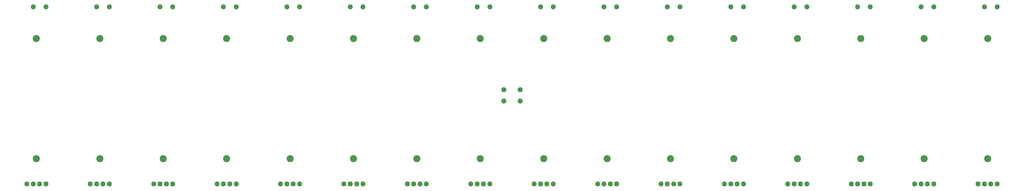
<source format=gts>
G04 #@! TF.GenerationSoftware,KiCad,Pcbnew,9.0.6*
G04 #@! TF.CreationDate,2025-12-16T13:31:05+01:00*
G04 #@! TF.ProjectId,MBO,4d424f2e-6b69-4636-9164-5f7063625858,rev?*
G04 #@! TF.SameCoordinates,Original*
G04 #@! TF.FileFunction,Soldermask,Top*
G04 #@! TF.FilePolarity,Negative*
%FSLAX46Y46*%
G04 Gerber Fmt 4.6, Leading zero omitted, Abs format (unit mm)*
G04 Created by KiCad (PCBNEW 9.0.6) date 2025-12-16 13:31:05*
%MOMM*%
%LPD*%
G01*
G04 APERTURE LIST*
%ADD10C,1.962000*%
%ADD11C,2.801600*%
%ADD12C,2.000000*%
G04 APERTURE END LIST*
D10*
X252750000Y-228600000D03*
X250250000Y-228600000D03*
X252750000Y-158600000D03*
X255250000Y-228600000D03*
X257750000Y-228600000D03*
D11*
X254000000Y-218600000D03*
X254000000Y-171100000D03*
D10*
X257750000Y-158600000D03*
D12*
X338250000Y-191350000D03*
X344750000Y-191350000D03*
X338250000Y-195850000D03*
X344750000Y-195850000D03*
D10*
X177750000Y-228600000D03*
X175250000Y-228600000D03*
X177750000Y-158600000D03*
X180250000Y-228600000D03*
X182750000Y-228600000D03*
D11*
X179000000Y-218600000D03*
X179000000Y-171100000D03*
D10*
X182750000Y-158600000D03*
X352750000Y-228600000D03*
X350250000Y-228600000D03*
X352750000Y-158600000D03*
X355250000Y-228600000D03*
X357750000Y-228600000D03*
D11*
X354000000Y-218600000D03*
X354000000Y-171100000D03*
D10*
X357750000Y-158600000D03*
X502750000Y-228600000D03*
X500250000Y-228600000D03*
X502750000Y-158600000D03*
X505250000Y-228600000D03*
X507750000Y-228600000D03*
D11*
X504000000Y-218600000D03*
X504000000Y-171100000D03*
D10*
X507750000Y-158600000D03*
X377750000Y-228600000D03*
X375250000Y-228600000D03*
X377750000Y-158600000D03*
X380250000Y-228600000D03*
X382750000Y-228600000D03*
D11*
X379000000Y-218600000D03*
X379000000Y-171100000D03*
D10*
X382750000Y-158600000D03*
X527750000Y-228600000D03*
X525250000Y-228600000D03*
X527750000Y-158600000D03*
X530250000Y-228600000D03*
X532750000Y-228600000D03*
D11*
X529000000Y-218600000D03*
X529000000Y-171100000D03*
D10*
X532750000Y-158600000D03*
X327750000Y-228600000D03*
X325250000Y-228600000D03*
X327750000Y-158600000D03*
X330250000Y-228600000D03*
X332750000Y-228600000D03*
D11*
X329000000Y-218600000D03*
X329000000Y-171100000D03*
D10*
X332750000Y-158600000D03*
X427750000Y-228600000D03*
X425250000Y-228600000D03*
X427750000Y-158600000D03*
X430250000Y-228600000D03*
X432750000Y-228600000D03*
D11*
X429000000Y-218600000D03*
X429000000Y-171100000D03*
D10*
X432750000Y-158600000D03*
X452750000Y-228600000D03*
X450250000Y-228600000D03*
X452750000Y-158600000D03*
X455250000Y-228600000D03*
X457750000Y-228600000D03*
D11*
X454000000Y-218600000D03*
X454000000Y-171100000D03*
D10*
X457750000Y-158600000D03*
X227750000Y-228600000D03*
X225250000Y-228600000D03*
X227750000Y-158600000D03*
X230250000Y-228600000D03*
X232750000Y-228600000D03*
D11*
X229000000Y-218600000D03*
X229000000Y-171100000D03*
D10*
X232750000Y-158600000D03*
X202750000Y-228600000D03*
X200250000Y-228600000D03*
X202750000Y-158600000D03*
X205250000Y-228600000D03*
X207750000Y-228600000D03*
D11*
X204000000Y-218600000D03*
X204000000Y-171100000D03*
D10*
X207750000Y-158600000D03*
X277750000Y-228600000D03*
X275250000Y-228600000D03*
X277750000Y-158600000D03*
X280250000Y-228600000D03*
X282750000Y-228600000D03*
D11*
X279000000Y-218600000D03*
X279000000Y-171100000D03*
D10*
X282750000Y-158600000D03*
X152750000Y-228600000D03*
X150250000Y-228600000D03*
X152750000Y-158600000D03*
X155250000Y-228600000D03*
X157750000Y-228600000D03*
D11*
X154000000Y-218600000D03*
X154000000Y-171100000D03*
D10*
X157750000Y-158600000D03*
X477750000Y-228600000D03*
X475250000Y-228600000D03*
X477750000Y-158600000D03*
X480250000Y-228600000D03*
X482750000Y-228600000D03*
D11*
X479000000Y-218600000D03*
X479000000Y-171100000D03*
D10*
X482750000Y-158600000D03*
X302750000Y-228600000D03*
X300250000Y-228600000D03*
X302750000Y-158600000D03*
X305250000Y-228600000D03*
X307750000Y-228600000D03*
D11*
X304000000Y-218600000D03*
X304000000Y-171100000D03*
D10*
X307750000Y-158600000D03*
X402750000Y-228600000D03*
X400250000Y-228600000D03*
X402750000Y-158600000D03*
X405250000Y-228600000D03*
X407750000Y-228600000D03*
D11*
X404000000Y-218600000D03*
X404000000Y-171100000D03*
D10*
X407750000Y-158600000D03*
M02*

</source>
